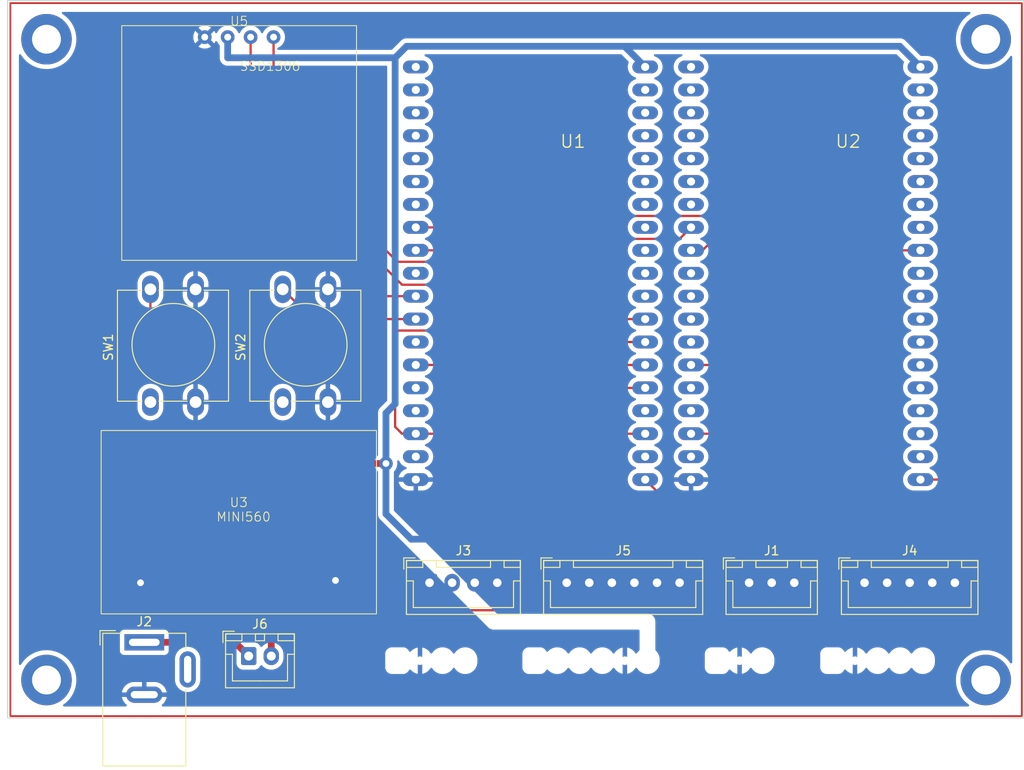
<source format=kicad_pcb>
(kicad_pcb (version 20221018) (generator pcbnew)
  (layers (0 "F.Cu" signal) (31 "B.Cu" signal) (34 "B.Paste" user) (35 "F.Paste" user) (36 "B.SilkS" user "B.Silkscreen") (37 "F.SilkS" user "F.Silkscreen") (38 "B.Mask" user) (39 "F.Mask" user) (44 "Edge.Cuts" user))
  (net 0 "")
  (net 1 "Net-(J1-Pin_3)")
  (net 4 "GND")
  (net 20 "RX")
  (net 21 "TX")
  (net 22 "Net-(SW2-Pad1)")
  (net 23 "Net-(SW1-Pad1)")
  (net 24 "Net-(J3-Pin_4)")
  (net 25 "Net-(J3-Pin_3)")
  (net 30 "Net-(J5-Pin_2)")
  (net 31 "Net-(J5-Pin_1)")
  (net 32 "Net-(J5-Pin_4)")
  (net 33 "Net-(J5-Pin_3)")
  (net 34 "Net-(J1-Pin_1)")
  (net 38 "VIN")
  (net 39 "Net-(J4-Pin_1)")
  (net 59 "Net-(J4-Pin_4)")
  (net 60 "Net-(J4-Pin_3)")
  (net 64 "Net-(J4-Pin_5)")
  (net 73 "Net-(J6-Pin_1)")
  (net 74 "Net-(J6-Pin_2)")
  (footprint "NODEMCU32S:NODEMCU32S" (layer "F.Cu") (at 177.8 76.2 180)
    (fp_text reference "U2" (at -5.969 15.875) (layer "F.SilkS") (effects (font (size 1.4 1.4))))
    (fp_text value "NODEMCU32S")
    (pad "3V3" thru_hole oval (at -13.97 -21.59 180) (size 2.8448 1.4224) (drill 0.9) (layers "*.Cu" "*.Mask") (net 39 "Net-(J4-Pin_1)"))
    (pad "EN" thru_hole oval (at -13.97 -19.05 180) (size 2.8448 1.4224) (drill 0.9) (layers "*.Cu" "*.Mask"))
    (pad "GND@1" thru_hole oval (at -13.97 11.43 180) (size 2.8448 1.4224) (drill 0.9) (layers "*.Cu" "*.Mask"))
    (pad "GND@2" thru_hole oval (at 11.43 -21.59 180) (size 2.8448 1.4224) (drill 0.9) (layers "*.Cu" "*.Mask") (net 4 "GND"))
    (pad "GND@3" thru_hole oval (at 11.43 -6.35 180) (size 2.8448 1.4224) (drill 0.9) (layers "*.Cu" "*.Mask"))
    (pad "GPIO0" thru_hole oval (at 11.43 11.43 180) (size 2.8448 1.4224) (drill 0.9) (layers "*.Cu" "*.Mask"))
    (pad "GPIO2" thru_hole oval (at 11.43 13.97 180) (size 2.8448 1.4224) (drill 0.9) (layers "*.Cu" "*.Mask"))
    (pad "GPIO4" thru_hole oval (at 11.43 8.89 180) (size 2.8448 1.4224) (drill 0.9) (layers "*.Cu" "*.Mask"))
    (pad "GPIO5" thru_hole oval (at 11.43 1.27 180) (size 2.8448 1.4224) (drill 0.9) (layers "*.Cu" "*.Mask"))
    (pad "GPIO6" thru_hole oval (at 11.43 24.13 180) (size 2.8448 1.4224) (drill 0.9) (layers "*.Cu" "*.Mask"))
    (pad "GPIO7" thru_hole oval (at 11.43 21.59 180) (size 2.8448 1.4224) (drill 0.9) (layers "*.Cu" "*.Mask"))
    (pad "GPIO8" thru_hole oval (at 11.43 19.05 180) (size 2.8448 1.4224) (drill 0.9) (layers "*.Cu" "*.Mask"))
    (pad "GPIO9" thru_hole oval (at -13.97 16.51 180) (size 2.8448 1.4224) (drill 0.9) (layers "*.Cu" "*.Mask"))
    (pad "GPIO10" thru_hole oval (at -13.97 19.05 180) (size 2.8448 1.4224) (drill 0.9) (layers "*.Cu" "*.Mask"))
    (pad "GPIO11" thru_hole oval (at -13.97 21.59 180) (size 2.8448 1.4224) (drill 0.9) (layers "*.Cu" "*.Mask"))
    (pad "GPIO12" thru_hole oval (at -13.97 8.89 180) (size 2.8448 1.4224) (drill 0.9) (layers "*.Cu" "*.Mask"))
    (pad "GPIO13" thru_hole oval (at -13.97 13.97 180) (size 2.8448 1.4224) (drill 0.9) (layers "*.Cu" "*.Mask"))
    (pad "GPIO14" thru_hole oval (at -13.97 6.35 180) (size 2.8448 1.4224) (drill 0.9) (layers "*.Cu" "*.Mask"))
    (pad "GPIO15" thru_hole oval (at 11.43 16.51 180) (size 2.8448 1.4224) (drill 0.9) (layers "*.Cu" "*.Mask"))
    (pad "GPIO16" thru_hole oval (at 11.43 6.35 180) (size 2.8448 1.4224) (drill 0.9) (layers "*.Cu" "*.Mask") (net 21 "TX"))
    (pad "GPIO17" thru_hole oval (at 11.43 3.81 180) (size 2.8448 1.4224) (drill 0.9) (layers "*.Cu" "*.Mask") (net 20 "RX"))
    (pad "GPIO18" thru_hole oval (at 11.43 -1.27 180) (size 2.8448 1.4224) (drill 0.9) (layers "*.Cu" "*.Mask"))
    (pad "GPIO19" thru_hole oval (at 11.43 -3.81 180) (size 2.8448 1.4224) (drill 0.9) (layers "*.Cu" "*.Mask"))
    (pad "GPIO21" thru_hole oval (at 11.43 -8.89 180) (size 2.8448 1.4224) (drill 0.9) (layers "*.Cu" "*.Mask") (net 59 "Net-(J4-Pin_4)"))
    (pad "GPIO22" thru_hole oval (at 11.43 -16.51 180) (size 2.8448 1.4224) (drill 0.9) (layers "*.Cu" "*.Mask") (net 60 "Net-(J4-Pin_3)"))
    (pad "GPIO23" thru_hole oval (at 11.43 -19.05 180) (size 2.8448 1.4224) (drill 0.9) (layers "*.Cu" "*.Mask"))
    (pad "GPIO25" thru_hole oval (at -13.97 -1.27 180) (size 2.8448 1.4224) (drill 0.9) (layers "*.Cu" "*.Mask"))
    (pad "GPIO26" thru_hole oval (at -13.97 1.27 180) (size 2.8448 1.4224) (drill 0.9) (layers "*.Cu" "*.Mask"))
    (pad "GPIO27" thru_hole oval (at -13.97 3.81 180) (size 2.8448 1.4224) (drill 0.9) (layers "*.Cu" "*.Mask") (net 64 "Net-(J4-Pin_5)"))
    (pad "GPIO32" thru_hole oval (at -13.97 -6.35 180) (size 2.8448 1.4224) (drill 0.9) (layers "*.Cu" "*.Mask"))
    (pad "GPIO33" thru_hole oval (at -13.97 -3.81 180) (size 2.8448 1.4224) (drill 0.9) (layers "*.Cu" "*.Mask"))
    (pad "GPIO34" thru_hole oval (at -13.97 -11.43 180) (size 2.8448 1.4224) (drill 0.9) (layers "*.Cu" "*.Mask"))
    (pad "GPIO35" thru_hole oval (at -13.97 -8.89 180) (size 2.8448 1.4224) (drill 0.9) (layers "*.Cu" "*.Mask"))
    (pad "GPIO36" thru_hole oval (at -13.97 -16.51 180) (size 2.8448 1.4224) (drill 0.9) (layers "*.Cu" "*.Mask"))
    (pad "GPIO39" thru_hole oval (at -13.97 -13.97 180) (size 2.8448 1.4224) (drill 0.9) (layers "*.Cu" "*.Mask"))
    (pad "RX0" thru_hole oval (at 11.43 -11.43 180) (size 2.8448 1.4224) (drill 0.9) (layers "*.Cu" "*.Mask"))
    (pad "TX0" thru_hole oval (at 11.43 -13.97 180) (size 2.8448 1.4224) (drill 0.9) (layers "*.Cu" "*.Mask"))
    (pad "VIN" thru_hole oval (at -13.97 24.13 180) (size 2.8448 1.4224) (drill 0.9) (layers "*.Cu" "*.Mask") (net 38 "VIN"))
  )
  (footprint "MountingHole:MountingHole_3.2mm_M3_DIN965_Pad" (layer "F.Cu") (at 95 49)
    (fp_text reference "H1" hide)
    (fp_text value "MountingHole")
    (pad "1" thru_hole circle (at 0 0) (size 5.6 5.6) (drill 3.2) (layers "*.Cu" "*.Mask"))
  )
  (footprint "MountingHole:MountingHole_3.2mm_M3_DIN965_Pad" (layer "F.Cu") (at 199 120)
    (fp_text reference "H3" hide)
    (fp_text value "MountingHole" hide)
    (pad "1" thru_hole circle (at 0 0) (size 5.6 5.6) (drill 3.2) (layers "*.Cu" "*.Mask"))
  )
  (footprint "Connector_BarrelJack:BarrelJack_Wuerth_6941xx301002" (layer "F.Cu") (at 105.826 115.824)
    (fp_text reference "J2" (at 0 -2.286) (layer "F.SilkS"))
    (fp_text value "Barrel_Jack_Switch")
    (fp_line (start -4.9 -1.3) (end -4.9 0.3) (stroke (width 0.12)) (layer "F.SilkS"))
    (fp_line (start -4.6 -1) (end -2.5 -1) (stroke (width 0.12)) (layer "F.SilkS"))
    (fp_line (start -4.6 13.7) (end -4.6 -1) (stroke (width 0.12)) (layer "F.SilkS"))
    (fp_line (start -3.2 -1.3) (end -4.9 -1.3) (stroke (width 0.12)) (layer "F.SilkS"))
    (fp_line (start 2.5 -1) (end 4.6 -1) (stroke (width 0.12)) (layer "F.SilkS"))
    (fp_line (start 4.6 -1) (end 4.6 0.8) (stroke (width 0.12)) (layer "F.SilkS"))
    (fp_line (start 4.6 5.2) (end 4.6 13.7) (stroke (width 0.12)) (layer "F.SilkS"))
    (fp_line (start 4.6 13.7) (end -4.6 13.7) (stroke (width 0.12)) (layer "F.SilkS"))
    (pad "1" thru_hole rect (at 0 0) (size 4.4 1.8) (drill oval 3.4 0.8) (layers "*.Cu" "*.Mask") (net 73 "Net-(J6-Pin_1)"))
    (pad "2" thru_hole oval (at 0 5.8) (size 4 1.8) (drill oval 3 0.8) (layers "*.Cu" "*.Mask") (net 4 "GND"))
    (pad "3" thru_hole oval (at 4.8 3 90) (size 4 1.8) (drill oval 3 0.8) (layers "*.Cu" "*.Mask"))
  )
  (footprint "NODEMCU32S:NODEMCU32S" (layer "F.Cu") (at 147.32 76.2 180)
    (fp_text reference "U1" (at -5.969 15.875) (layer "F.SilkS") (effects (font (size 1.4 1.4))))
    (fp_text value "NODEMCU32S")
    (pad "3V3" thru_hole oval (at -13.97 -21.59 180) (size 2.8448 1.4224) (drill 0.9) (layers "*.Cu" "*.Mask") (net 1 "Net-(J1-Pin_3)"))
    (pad "EN" thru_hole oval (at -13.97 -19.05 180) (size 2.8448 1.4224) (drill 0.9) (layers "*.Cu" "*.Mask"))
    (pad "GND@1" thru_hole oval (at -13.97 11.43 180) (size 2.8448 1.4224) (drill 0.9) (layers "*.Cu" "*.Mask"))
    (pad "GND@2" thru_hole oval (at 11.43 -21.59 180) (size 2.8448 1.4224) (drill 0.9) (layers "*.Cu" "*.Mask") (net 4 "GND"))
    (pad "GND@3" thru_hole oval (at 11.43 -6.35 180) (size 2.8448 1.4224) (drill 0.9) (layers "*.Cu" "*.Mask"))
    (pad "GPIO0" thru_hole oval (at 11.43 11.43 180) (size 2.8448 1.4224) (drill 0.9) (layers "*.Cu" "*.Mask"))
    (pad "GPIO2" thru_hole oval (at 11.43 13.97 180) (size 2.8448 1.4224) (drill 0.9) (layers "*.Cu" "*.Mask"))
    (pad "GPIO4" thru_hole oval (at 11.43 8.89 180) (size 2.8448 1.4224) (drill 0.9) (layers "*.Cu" "*.Mask"))
    (pad "GPIO5" thru_hole oval (at 11.43 1.27 180) (size 2.8448 1.4224) (drill 0.9) (layers "*.Cu" "*.Mask"))
    (pad "GPIO6" thru_hole oval (at 11.43 24.13 180) (size 2.8448 1.4224) (drill 0.9) (layers "*.Cu" "*.Mask"))
    (pad "GPIO7" thru_hole oval (at 11.43 21.59 180) (size 2.8448 1.4224) (drill 0.9) (layers "*.Cu" "*.Mask"))
    (pad "GPIO8" thru_hole oval (at 11.43 19.05 180) (size 2.8448 1.4224) (drill 0.9) (layers "*.Cu" "*.Mask"))
    (pad "GPIO9" thru_hole oval (at -13.97 16.51 180) (size 2.8448 1.4224) (drill 0.9) (layers "*.Cu" "*.Mask"))
    (pad "GPIO10" thru_hole oval (at -13.97 19.05 180) (size 2.8448 1.4224) (drill 0.9) (layers "*.Cu" "*.Mask"))
    (pad "GPIO11" thru_hole oval (at -13.97 21.59 180) (size 2.8448 1.4224) (drill 0.9) (layers "*.Cu" "*.Mask"))
    (pad "GPIO12" thru_hole oval (at -13.97 8.89 180) (size 2.8448 1.4224) (drill 0.9) (layers "*.Cu" "*.Mask"))
    (pad "GPIO13" thru_hole oval (at -13.97 13.97 180) (size 2.8448 1.4224) (drill 0.9) (layers "*.Cu" "*.Mask"))
    (pad "GPIO14" thru_hole oval (at -13.97 6.35 180) (size 2.8448 1.4224) (drill 0.9) (layers "*.Cu" "*.Mask"))
    (pad "GPIO15" thru_hole oval (at 11.43 16.51 180) (size 2.8448 1.4224) (drill 0.9) (layers "*.Cu" "*.Mask"))
    (pad "GPIO16" thru_hole oval (at 11.43 6.35 180) (size 2.8448 1.4224) (drill 0.9) (layers "*.Cu" "*.Mask") (net 20 "RX"))
    (pad "GPIO17" thru_hole oval (at 11.43 3.81 180) (size 2.8448 1.4224) (drill 0.9) (layers "*.Cu" "*.Mask") (net 21 "TX"))
    (pad "GPIO18" thru_hole oval (at 11.43 -1.27 180) (size 2.8448 1.4224) (drill 0.9) (layers "*.Cu" "*.Mask") (net 22 "Net-(SW2-Pad1)"))
    (pad "GPIO19" thru_hole oval (at 11.43 -3.81 180) (size 2.8448 1.4224) (drill 0.9) (layers "*.Cu" "*.Mask") (net 23 "Net-(SW1-Pad1)"))
    (pad "GPIO21" thru_hole oval (at 11.43 -8.89 180) (size 2.8448 1.4224) (drill 0.9) (layers "*.Cu" "*.Mask") (net 24 "Net-(J3-Pin_4)"))
    (pad "GPIO22" thru_hole oval (at 11.43 -16.51 180) (size 2.8448 1.4224) (drill 0.9) (layers "*.Cu" "*.Mask") (net 25 "Net-(J3-Pin_3)"))
    (pad "GPIO23" thru_hole oval (at 11.43 -19.05 180) (size 2.8448 1.4224) (drill 0.9) (layers "*.Cu" "*.Mask"))
    (pad "GPIO25" thru_hole oval (at -13.97 -1.27 180) (size 2.8448 1.4224) (drill 0.9) (layers "*.Cu" "*.Mask"))
    (pad "GPIO26" thru_hole oval (at -13.97 1.27 180) (size 2.8448 1.4224) (drill 0.9) (layers "*.Cu" "*.Mask"))
    (pad "GPIO27" thru_hole oval (at -13.97 3.81 180) (size 2.8448 1.4224) (drill 0.9) (layers "*.Cu" "*.Mask"))
    (pad "GPIO32" thru_hole oval (at -13.97 -6.35 180) (size 2.8448 1.4224) (drill 0.9) (layers "*.Cu" "*.Mask") (net 30 "Net-(J5-Pin_2)"))
    (pad "GPIO33" thru_hole oval (at -13.97 -3.81 180) (size 2.8448 1.4224) (drill 0.9) (layers "*.Cu" "*.Mask") (net 31 "Net-(J5-Pin_1)"))
    (pad "GPIO34" thru_hole oval (at -13.97 -11.43 180) (size 2.8448 1.4224) (drill 0.9) (layers "*.Cu" "*.Mask") (net 32 "Net-(J5-Pin_4)"))
    (pad "GPIO35" thru_hole oval (at -13.97 -8.89 180) (size 2.8448 1.4224) (drill 0.9) (layers "*.Cu" "*.Mask") (net 33 "Net-(J5-Pin_3)"))
    (pad "GPIO36" thru_hole oval (at -13.97 -16.51 180) (size 2.8448 1.4224) (drill 0.9) (layers "*.Cu" "*.Mask") (net 34 "Net-(J1-Pin_1)"))
    (pad "GPIO39" thru_hole oval (at -13.97 -13.97 180) (size 2.8448 1.4224) (drill 0.9) (layers "*.Cu" "*.Mask"))
    (pad "RX0" thru_hole oval (at 11.43 -11.43 180) (size 2.8448 1.4224) (drill 0.9) (layers "*.Cu" "*.Mask"))
    (pad "TX0" thru_hole oval (at 11.43 -13.97 180) (size 2.8448 1.4224) (drill 0.9) (layers "*.Cu" "*.Mask"))
    (pad "VIN" thru_hole oval (at -13.97 24.13 180) (size 2.8448 1.4224) (drill 0.9) (layers "*.Cu" "*.Mask") (net 38 "VIN"))
  )
  (footprint "Button_Switch_THT:SW_PUSH-12mm" (layer "F.Cu") (at 121.158 89.208 90)
    (fp_text reference "SW2" (at 6.08 -4.66 90) (layer "F.SilkS"))
    (fp_text value "SW_Push")
    (fp_line (start 0.1 -3.65) (end 12.4 -3.65) (stroke (width 0.12)) (layer "F.SilkS"))
    (fp_line (start 0.1 -0.93) (end 0.1 -3.65) (stroke (width 0.12)) (layer "F.SilkS"))
    (fp_line (start 0.1 4.07) (end 0.1 0.93) (stroke (width 0.12)) (layer "F.SilkS"))
    (fp_line (start 0.1 8.65) (end 0.1 5.93) (stroke (width 0.12)) (layer "F.SilkS"))
    (fp_line (start 12.4 -3.65) (end 12.4 -0.93) (stroke (width 0.12)) (layer "F.SilkS"))
    (fp_line (start 12.4 0.93) (end 12.4 4.07) (stroke (width 0.12)) (layer "F.SilkS"))
    (fp_line (start 12.4 5.93) (end 12.4 8.65) (stroke (width 0.12)) (layer "F.SilkS"))
    (fp_line (start 12.4 8.65) (end 0.1 8.65) (stroke (width 0.12)) (layer "F.SilkS"))
    (fp_circle (center 6.35 2.54) (end 10.16 5.08) (stroke (width 0.12)) (fill none) (layer "F.SilkS"))
    (pad "1" thru_hole oval (at 0 0 90) (size 3.048 1.85) (drill 1.3) (layers "*.Cu" "*.Mask") (net 22 "Net-(SW2-Pad1)"))
    (pad "1" thru_hole oval (at 12.5 0 90) (size 3.048 1.85) (drill 1.3) (layers "*.Cu" "*.Mask") (net 22 "Net-(SW2-Pad1)"))
    (pad "2" thru_hole oval (at 0 5 90) (size 3.048 1.85) (drill 1.3) (layers "*.Cu" "*.Mask") (net 4 "GND"))
    (pad "2" thru_hole oval (at 12.5 5 90) (size 3.048 1.85) (drill 1.3) (layers "*.Cu" "*.Mask") (net 4 "GND"))
  )
  (footprint "Connector_JST:JST_XH_B3B-XH-A_1x03_P2.50mm_Vertical" (layer "F.Cu") (at 172.8 109.22)
    (fp_text reference "J1" (at 2.5 -3.55) (layer "F.SilkS"))
    (fp_text value "Conn_01x03")
    (fp_line (start -2.85 -2.75) (end -2.85 -1.5) (stroke (width 0.12)) (layer "F.SilkS"))
    (fp_line (start -2.56 -2.46) (end -2.56 3.51) (stroke (width 0.12)) (layer "F.SilkS"))
    (fp_line (start -2.56 3.51) (end 7.56 3.51) (stroke (width 0.12)) (layer "F.SilkS"))
    (fp_line (start -2.55 -2.45) (end -2.55 -1.7) (stroke (width 0.12)) (layer "F.SilkS"))
    (fp_line (start -2.55 -1.7) (end -0.75 -1.7) (stroke (width 0.12)) (layer "F.SilkS"))
    (fp_line (start -2.55 -0.2) (end -1.8 -0.2) (stroke (width 0.12)) (layer "F.SilkS"))
    (fp_line (start -1.8 -0.2) (end -1.8 2.75) (stroke (width 0.12)) (layer "F.SilkS"))
    (fp_line (start -1.8 2.75) (end 2.5 2.75) (stroke (width 0.12)) (layer "F.SilkS"))
    (fp_line (start -1.6 -2.75) (end -2.85 -2.75) (stroke (width 0.12)) (layer "F.SilkS"))
    (fp_line (start -0.75 -2.45) (end -2.55 -2.45) (stroke (width 0.12)) (layer "F.SilkS"))
    (fp_line (start -0.75 -1.7) (end -0.75 -2.45) (stroke (width 0.12)) (layer "F.SilkS"))
    (fp_line (start 0.75 -2.45) (end 0.75 -1.7) (stroke (width 0.12)) (layer "F.SilkS"))
    (fp_line (start 0.75 -1.7) (end 4.25 -1.7) (stroke (width 0.12)) (layer "F.SilkS"))
    (fp_line (start 4.25 -2.45) (end 0.75 -2.45) (stroke (width 0.12)) (layer "F.SilkS"))
    (fp_line (start 4.25 -1.7) (end 4.25 -2.45) (stroke (width 0.12)) (layer "F.SilkS"))
    (fp_line (start 5.75 -2.45) (end 5.75 -1.7) (stroke (width 0.12)) (layer "F.SilkS"))
    (fp_line (start 5.75 -1.7) (end 7.55 -1.7) (stroke (width 0.12)) (layer "F.SilkS"))
    (fp_line (start 6.8 -0.2) (end 6.8 2.75) (stroke (width 0.12)) (layer "F.SilkS"))
    (fp_line (start 6.8 2.75) (end 2.5 2.75) (stroke (width 0.12)) (layer "F.SilkS"))
    (fp_line (start 7.55 -2.45) (end 5.75 -2.45) (stroke (width 0.12)) (layer "F.SilkS"))
    (fp_line (start 7.55 -1.7) (end 7.55 -2.45) (stroke (width 0.12)) (layer "F.SilkS"))
    (fp_line (start 7.55 -0.2) (end 6.8 -0.2) (stroke (width 0.12)) (layer "F.SilkS"))
    (fp_line (start 7.56 -2.46) (end -2.56 -2.46) (stroke (width 0.12)) (layer "F.SilkS"))
    (fp_line (start 7.56 3.51) (end 7.56 -2.46) (stroke (width 0.12)) (layer "F.SilkS"))
    (pad "1" thru_hole roundrect (at 0 0) (size 1.7 1.95) (drill 0.95) (layers "*.Cu" "*.Mask") (roundrect_rratio 0.147059) (net 34 "Net-(J1-Pin_1)"))
    (pad "2" thru_hole oval (at 2.5 0) (size 1.7 1.95) (drill 0.95) (layers "*.Cu" "*.Mask") (net 4 "GND"))
    (pad "3" thru_hole oval (at 5 0) (size 1.7 1.95) (drill 0.95) (layers "*.Cu" "*.Mask") (net 1 "Net-(J1-Pin_3)"))
  )
  (footprint "Connector_JST:JST_XH_B2B-XH-A_1x02_P2.50mm_Vertical" (layer "F.Cu") (at 117.388 117.348)
    (fp_text reference "J6" (at 1.25 -3.55) (layer "F.SilkS"))
    (fp_text value "Conn_01x02")
    (fp_line (start -2.85 -2.75) (end -2.85 -1.5) (stroke (width 0.12)) (layer "F.SilkS"))
    (fp_line (start -2.56 -2.46) (end -2.56 3.51) (stroke (width 0.12)) (layer "F.SilkS"))
    (fp_line (start -2.56 3.51) (end 5.06 3.51) (stroke (width 0.12)) (layer "F.SilkS"))
    (fp_line (start -2.55 -2.45) (end -2.55 -1.7) (stroke (width 0.12)) (layer "F.SilkS"))
    (fp_line (start -2.55 -1.7) (end -0.75 -1.7) (stroke (width 0.12)) (layer "F.SilkS"))
    (fp_line (start -2.55 -0.2) (end -1.8 -0.2) (stroke (width 0.12)) (layer "F.SilkS"))
    (fp_line (start -1.8 -0.2) (end -1.8 2.75) (stroke (width 0.12)) (layer "F.SilkS"))
    (fp_line (start -1.8 2.75) (end 1.25 2.75) (stroke (width 0.12)) (layer "F.SilkS"))
    (fp_line (start -1.6 -2.75) (end -2.85 -2.75) (stroke (width 0.12)) (layer "F.SilkS"))
    (fp_line (start -0.75 -2.45) (end -2.55 -2.45) (stroke (width 0.12)) (layer "F.SilkS"))
    (fp_line (start -0.75 -1.7) (end -0.75 -2.45) (stroke (width 0.12)) (layer "F.SilkS"))
    (fp_line (start 0.75 -2.45) (end 0.75 -1.7) (stroke (width 0.12)) (layer "F.SilkS"))
    (fp_line (start 0.75 -1.7) (end 1.75 -1.7) (stroke (width 0.12)) (layer "F.SilkS"))
    (fp_line (start 1.75 -2.45) (end 0.75 -2.45) (stroke (width 0.12)) (layer "F.SilkS"))
    (fp_line (start 1.75 -1.7) (end 1.75 -2.45) (stroke (width 0.12)) (layer "F.SilkS"))
    (fp_line (start 3.25 -2.45) (end 3.25 -1.7) (stroke (width 0.12)) (layer "F.SilkS"))
    (fp_line (start 3.25 -1.7) (end 5.05 -1.7) (stroke (width 0.12)) (layer "F.SilkS"))
    (fp_line (start 4.3 -0.2) (end 4.3 2.75) (stroke (width 0.12)) (layer "F.SilkS"))
    (fp_line (start 4.3 2.75) (end 1.25 2.75) (stroke (width 0.12)) (layer "F.SilkS"))
    (fp_line (start 5.05 -2.45) (end 3.25 -2.45) (stroke (width 0.12)) (layer "F.SilkS"))
    (fp_line (start 5.05 -1.7) (end 5.05 -2.45) (stroke (width 0.12)) (layer "F.SilkS"))
    (fp_line (start 5.05 -0.2) (end 4.3 -0.2) (stroke (width 0.12)) (layer "F.SilkS"))
    (fp_line (start 5.06 -2.46) (end -2.56 -2.46) (stroke (width 0.12)) (layer "F.SilkS"))
    (fp_line (start 5.06 3.51) (end 5.06 -2.46) (stroke (width 0.12)) (layer "F.SilkS"))
    (pad "1" thru_hole roundrect (at 0 0) (size 1.7 2) (drill 1) (layers "*.Cu" "*.Mask") (roundrect_rratio 0.147059) (net 73 "Net-(J6-Pin_1)"))
    (pad "2" thru_hole oval (at 2.5 0) (size 1.7 2) (drill 1) (layers "*.Cu" "*.Mask") (net 74 "Net-(J6-Pin_2)"))
  )
  (footprint "Connector_JST:JST_XH_B5B-XH-A_1x05_P2.50mm_Vertical" (layer "F.Cu") (at 185.58 109.22)
    (fp_text reference "J4" (at 5 -3.55) (layer "F.SilkS"))
    (fp_text value "Conn_01x05")
    (fp_line (start -2.85 -2.75) (end -2.85 -1.5) (stroke (width 0.12)) (layer "F.SilkS"))
    (fp_line (start -2.56 -2.46) (end -2.56 3.51) (stroke (width 0.12)) (layer "F.SilkS"))
    (fp_line (start -2.56 3.51) (end 12.56 3.51) (stroke (width 0.12)) (layer "F.SilkS"))
    (fp_line (start -2.55 -2.45) (end -2.55 -1.7) (stroke (width 0.12)) (layer "F.SilkS"))
    (fp_line (start -2.55 -1.7) (end -0.75 -1.7) (stroke (width 0.12)) (layer "F.SilkS"))
    (fp_line (start -2.55 -0.2) (end -1.8 -0.2) (stroke (width 0.12)) (layer "F.SilkS"))
    (fp_line (start -1.8 -0.2) (end -1.8 2.75) (stroke (width 0.12)) (layer "F.SilkS"))
    (fp_line (start -1.8 2.75) (end 5 2.75) (stroke (width 0.12)) (layer "F.SilkS"))
    (fp_line (start -1.6 -2.75) (end -2.85 -2.75) (stroke (width 0.12)) (layer "F.SilkS"))
    (fp_line (start -0.75 -2.45) (end -2.55 -2.45) (stroke (width 0.12)) (layer "F.SilkS"))
    (fp_line (start -0.75 -1.7) (end -0.75 -2.45) (stroke (width 0.12)) (layer "F.SilkS"))
    (fp_line (start 0.75 -2.45) (end 0.75 -1.7) (stroke (width 0.12)) (layer "F.SilkS"))
    (fp_line (start 0.75 -1.7) (end 9.25 -1.7) (stroke (width 0.12)) (layer "F.SilkS"))
    (fp_line (start 9.25 -2.45) (end 0.75 -2.45) (stroke (width 0.12)) (layer "F.SilkS"))
    (fp_line (start 9.25 -1.7) (end 9.25 -2.45) (stroke (width 0.12)) (layer "F.SilkS"))
    (fp_line (start 10.75 -2.45) (end 10.75 -1.7) (stroke (width 0.12)) (layer "F.SilkS"))
    (fp_line (start 10.75 -1.7) (end 12.55 -1.7) (stroke (width 0.12)) (layer "F.SilkS"))
    (fp_line (start 11.8 -0.2) (end 11.8 2.75) (stroke (width 0.12)) (layer "F.SilkS"))
    (fp_line (start 11.8 2.75) (end 5 2.75) (stroke (width 0.12)) (layer "F.SilkS"))
    (fp_line (start 12.55 -2.45) (end 10.75 -2.45) (stroke (width 0.12)) (layer "F.SilkS"))
    (fp_line (start 12.55 -1.7) (end 12.55 -2.45) (stroke (width 0.12)) (layer "F.SilkS"))
    (fp_line (start 12.55 -0.2) (end 11.8 -0.2) (stroke (width 0.12)) (layer "F.SilkS"))
    (fp_line (start 12.56 -2.46) (end -2.56 -2.46) (stroke (width 0.12)) (layer "F.SilkS"))
    (fp_line (start 12.56 3.51) (end 12.56 -2.46) (stroke (width 0.12)) (layer "F.SilkS"))
    (pad "1" thru_hole roundrect (at 0 0) (size 1.7 1.95) (drill 0.95) (layers "*.Cu" "*.Mask") (roundrect_rratio 0.147059) (net 39 "Net-(J4-Pin_1)"))
    (pad "2" thru_hole oval (at 2.5 0) (size 1.7 1.95) (drill 0.95) (layers "*.Cu" "*.Mask") (net 4 "GND"))
    (pad "3" thru_hole oval (at 5 0) (size 1.7 1.95) (drill 0.95) (layers "*.Cu" "*.Mask") (net 60 "Net-(J4-Pin_3)"))
    (pad "4" thru_hole oval (at 7.5 0) (size 1.7 1.95) (drill 0.95) (layers "*.Cu" "*.Mask") (net 59 "Net-(J4-Pin_4)"))
    (pad "5" thru_hole oval (at 10 0) (size 1.7 1.95) (drill 0.95) (layers "*.Cu" "*.Mask") (net 64 "Net-(J4-Pin_5)"))
  )
  (footprint "MountingHole:MountingHole_3.2mm_M3_DIN965_Pad" (layer "F.Cu") (at 95 120)
    (fp_text reference "H2" hide)
    (fp_text value "MountingHole" hide)
    (pad "1" thru_hole circle (at 0 0) (size 5.6 5.6) (drill 3.2) (layers "*.Cu" "*.Mask"))
  )
  (footprint "MountingHole:MountingHole_3.2mm_M3_DIN965_Pad" (layer "F.Cu") (at 199 49)
    (fp_text reference "H4" hide)
    (fp_text value "MountingHole" hide)
    (pad "1" thru_hole circle (at 0 0) (size 5.6 5.6) (drill 3.2) (layers "*.Cu" "*.Mask"))
  )
  (footprint "1_custom_library:SSD1306_OLED_128x64" (layer "F.Cu") (at 116.332 47.498)
    (fp_text reference "U5" (at 0 -0.5 unlocked) (layer "F.SilkS") (effects (font (thickness 0.1))))
    (fp_text value "~")
    (fp_text user "SSD1306" (at 0 5.08 unlocked) (layer "F.SilkS") (effects (font (thickness 0.1)) (justify left bottom)))
    (fp_rect (start -13 0) (end 13 26) (stroke (width 0.1)) (fill none) (layer "F.SilkS"))
    (pad "1" thru_hole circle (at -3.81 1.27) (size 1.524 1.524) (drill 0.762) (layers "*.Cu" "*.Mask") (net 4 "GND"))
    (pad "2" thru_hole circle (at -1.27 1.27) (size 1.524 1.524) (drill 0.762) (layers "*.Cu" "*.Mask") (net 38 "VIN"))
    (pad "3" thru_hole circle (at 1.27 1.27) (size 1.524 1.524) (drill 0.762) (layers "*.Cu" "*.Mask") (net 25 "Net-(J3-Pin_3)"))
    (pad "4" thru_hole circle (at 3.81 1.27) (size 1.524 1.524) (drill 0.762) (layers "*.Cu" "*.Mask") (net 24 "Net-(J3-Pin_4)"))
  )
  (footprint "1_custom_library:MINI_560_buck" (layer "F.Cu") (at 116.294 102.512)
    (fp_text reference "U3" (at 0 -2.182 unlocked) (layer "F.SilkS") (effects (font (thickness 0.1))))
    (fp_text value "~")
    (fp_text user "MINI560" (at -2.54 0 unlocked) (layer "F.SilkS") (effects (font (thickness 0.1)) (justify left bottom)))
    (fp_rect (start -15.24 -10.16) (end 15.24 10.16) (stroke (width 0.1)) (fill none) (layer "F.SilkS"))
    (pad "1" smd roundrect (at -13.5 -6.5) (size 3 5) (layers "F.Cu" "F.Paste" "F.Mask") (net 74 "Net-(J6-Pin_2)"))
    (pad "2" smd roundrect (at -13.5 6.5) (size 3 5) (layers "F.Cu" "F.Paste" "F.Mask") (net 4 "GND"))
    (pad "3" smd roundrect (at 13.5 6.5) (size 3 5) (layers "F.Cu" "F.Paste" "F.Mask") (net 4 "GND"))
    (pad "4" smd roundrect (at 13.5 -6.5) (size 3 5) (layers "F.Cu" "F.Paste" "F.Mask") (net 38 "VIN"))
  )
  (footprint "Connector_JST:JST_XH_B6B-XH-A_1x06_P2.50mm_Vertical" (layer "F.Cu") (at 152.6 109.22)
    (fp_text reference "J5" (at 6.25 -3.55) (layer "F.SilkS"))
    (fp_text value "Conn_01x06")
    (fp_line (start -2.85 -2.75) (end -2.85 -1.5) (stroke (width 0.12)) (layer "F.SilkS"))
    (fp_line (start -2.56 -2.46) (end -2.56 3.51) (stroke (width 0.12)) (layer "F.SilkS"))
    (fp_line (start -2.56 3.51) (end 15.06 3.51) (stroke (width 0.12)) (layer "F.SilkS"))
    (fp_line (start -2.55 -2.45) (end -2.55 -1.7) (stroke (width 0.12)) (layer "F.SilkS"))
    (fp_line (start -2.55 -1.7) (end -0.75 -1.7) (stroke (width 0.12)) (layer "F.SilkS"))
    (fp_line (start -2.55 -0.2) (end -1.8 -0.2) (stroke (width 0.12)) (layer "F.SilkS"))
    (fp_line (start -1.8 -0.2) (end -1.8 2.75) (stroke (width 0.12)) (layer "F.SilkS"))
    (fp_line (start -1.8 2.75) (end 6.25 2.75) (stroke (width 0.12)) (layer "F.SilkS"))
    (fp_line (start -1.6 -2.75) (end -2.85 -2.75) (stroke (width 0.12)) (layer "F.SilkS"))
    (fp_line (start -0.75 -2.45) (end -2.55 -2.45) (stroke (width 0.12)) (layer "F.SilkS"))
    (fp_line (start -0.75 -1.7) (end -0.75 -2.45) (stroke (width 0.12)) (layer "F.SilkS"))
    (fp_line (start 0.75 -2.45) (end 0.75 -1.7) (stroke (width 0.12)) (layer "F.SilkS"))
    (fp_line (start 0.75 -1.7) (end 11.75 -1.7) (stroke (width 0.12)) (layer "F.SilkS"))
    (fp_line (start 11.75 -2.45) (end 0.75 -2.45) (stroke (width 0.12)) (layer "F.SilkS"))
    (fp_line (start 11.75 -1.7) (end 11.75 -2.45) (stroke (width 0.12)) (layer "F.SilkS"))
    (fp_line (start 13.25 -2.45) (end 13.25 -1.7) (stroke (width 0.12)) (layer "F.SilkS"))
    (fp_line (start 13.25 -1.7) (end 15.05 -1.7) (stroke (width 0.12)) (layer "F.SilkS"))
    (fp_line (start 14.3 -0.2) (end 14.3 2.75) (stroke (width 0.12)) (layer "F.SilkS"))
    (fp_line (start 14.3 2.75) (end 6.25 2.75) (stroke (width 0.12)) (layer "F.SilkS"))
    (fp_line (start 15.05 -2.45) (end 13.25 -2.45) (stroke (width 0.12)) (layer "F.SilkS"))
    (fp_line (start 15.05 -1.7) (end 15.05 -2.45) (stroke (width 0.12)) (layer "F.SilkS"))
    (fp_line (start 15.05 -0.2) (end 14.3 -0.2) (stroke (width 0.12)) (layer "F.SilkS"))
    (fp_line (start 15.06 -2.46) (end -2.56 -2.46) (stroke (width 0.12)) (layer "F.SilkS"))
    (fp_line (start 15.06 3.51) (end 15.06 -2.46) (stroke (width 0.12)) (layer "F.SilkS"))
    (pad "1" thru_hole roundrect (at 0 0) (size 1.7 1.95) (drill 0.95) (layers "*.Cu" "*.Mask") (roundrect_rratio 0.147059) (net 31 "Net-(J5-Pin_1)"))
    (pad "2" thru_hole oval (at 2.5 0) (size 1.7 1.95) (drill 0.95) (layers "*.Cu" "*.Mask") (net 30 "Net-(J5-Pin_2)"))
    (pad "3" thru_hole oval (at 5 0) (size 1.7 1.95) (drill 0.95) (layers "*.Cu" "*.Mask") (net 33 "Net-(J5-Pin_3)"))
    (pad "4" thru_hole oval (at 7.5 0) (size 1.7 1.95) (drill 0.95) (layers "*.Cu" "*.Mask") (net 32 "Net-(J5-Pin_4)"))
    (pad "5" thru_hole oval (at 10 0) (size 1.7 1.95) (drill 0.95) (layers "*.Cu" "*.Mask") (net 4 "GND"))
    (pad "6" thru_hole oval (at 12.5 0) (size 1.7 1.95) (drill 0.95) (layers "*.Cu" "*.Mask") (net 38 "VIN"))
  )
  (footprint "Connector_JST:JST_XH_B4B-XH-A_1x04_P2.50mm_Vertical" (layer "F.Cu") (at 137.414 109.22)
    (fp_text reference "J3" (at 3.75 -3.55) (layer "F.SilkS"))
    (fp_text value "Conn_01x04")
    (fp_line (start -2.85 -2.75) (end -2.85 -1.5) (stroke (width 0.12)) (layer "F.SilkS"))
    (fp_line (start -2.56 -2.46) (end -2.56 3.51) (stroke (width 0.12)) (layer "F.SilkS"))
    (fp_line (start -2.56 3.51) (end 10.06 3.51) (stroke (width 0.12)) (layer "F.SilkS"))
    (fp_line (start -2.55 -2.45) (end -2.55 -1.7) (stroke (width 0.12)) (layer "F.SilkS"))
    (fp_line (start -2.55 -1.7) (end -0.75 -1.7) (stroke (width 0.12)) (layer "F.SilkS"))
    (fp_line (start -2.55 -0.2) (end -1.8 -0.2) (stroke (width 0.12)) (layer "F.SilkS"))
    (fp_line (start -1.8 -0.2) (end -1.8 2.75) (stroke (width 0.12)) (layer "F.SilkS"))
    (fp_line (start -1.8 2.75) (end 3.75 2.75) (stroke (width 0.12)) (layer "F.SilkS"))
    (fp_line (start -1.6 -2.75) (end -2.85 -2.75) (stroke (width 0.12)) (layer "F.SilkS"))
    (fp_line (start -0.75 -2.45) (end -2.55 -2.45) (stroke (width 0.12)) (layer "F.SilkS"))
    (fp_line (start -0.75 -1.7) (end -0.75 -2.45) (stroke (width 0.12)) (layer "F.SilkS"))
    (fp_line (start 0.75 -2.45) (end 0.75 -1.7) (stroke (width 0.12)) (layer "F.SilkS"))
    (fp_line (start 0.75 -1.7) (end 6.75 -1.7) (stroke (width 0.12)) (layer "F.SilkS"))
    (fp_line (start 6.75 -2.45) (end 0.75 -2.45) (stroke (width 0.12)) (layer "F.SilkS"))
    (fp_line (start 6.75 -1.7) (end 6.75 -2.45) (stroke (width 0.12)) (layer "F.SilkS"))
    (fp_line (start 8.25 -2.45) (end 8.25 -1.7) (stroke (width 0.12)) (layer "F.SilkS"))
    (fp_line (start 8.25 -1.7) (end 10.05 -1.7) (stroke (width 0.12)) (layer "F.SilkS"))
    (fp_line (start 9.3 -0.2) (end 9.3 2.75) (stroke (width 0.12)) (layer "F.SilkS"))
    (fp_line (start 9.3 2.75) (end 3.75 2.75) (stroke (width 0.12)) (layer "F.SilkS"))
    (fp_line (start 10.05 -2.45) (end 8.25 -2.45) (stroke (width 0.12)) (layer "F.SilkS"))
    (fp_line (start 10.05 -1.7) (end 10.05 -2.45) (stroke (width 0.12)) (layer "F.SilkS"))
    (fp_line (start 10.05 -0.2) (end 9.3 -0.2) (stroke (width 0.12)) (layer "F.SilkS"))
    (fp_line (start 10.06 -2.46) (end -2.56 -2.46) (stroke (width 0.12)) (layer "F.SilkS"))
    (fp_line (start 10.06 3.51) (end 10.06 -2.46) (stroke (width 0.12)) (layer "F.SilkS"))
    (pad "1" thru_hole roundrect (at 0 0) (size 1.7 1.95) (drill 0.95) (layers "*.Cu" "*.Mask") (roundrect_rratio 0.147059) (net 1 "Net-(J1-Pin_3)"))
    (pad "2" thru_hole oval (at 2.5 0) (size 1.7 1.95) (drill 0.95) (layers "*.Cu" "*.Mask") (net 4 "GND"))
    (pad "3" thru_hole oval (at 5 0) (size 1.7 1.95) (drill 0.95) (layers "*.Cu" "*.Mask") (net 25 "Net-(J3-Pin_3)"))
    (pad "4" thru_hole oval (at 7.5 0) (size 1.7 1.95) (drill 0.95) (layers "*.Cu" "*.Mask") (net 24 "Net-(J3-Pin_4)"))
  )
  (footprint "Button_Switch_THT:SW_PUSH-12mm" (layer "F.Cu") (at 106.506 89.208 90)
    (fp_text reference "SW1" (at 6.08 -4.66 90) (layer "F.SilkS"))
    (fp_text value "SW_Push")
    (fp_line (start 0.1 -3.65) (end 12.4 -3.65) (stroke (width 0.12)) (layer "F.SilkS"))
    (fp_line (start 0.1 -0.93) (end 0.1 -3.65) (stroke (width 0.12)) (layer "F.SilkS"))
    (fp_line (start 0.1 4.07) (end 0.1 0.93) (stroke (width 0.12)) (layer "F.SilkS"))
    (fp_line (start 0.1 8.65) (end 0.1 5.93) (stroke (width 0.12)) (layer "F.SilkS"))
    (fp_line (start 12.4 -3.65) (end 12.4 -0.93) (stroke (width 0.12)) (layer "F.SilkS"))
    (fp_line (start 12.4 0.93) (end 12.4 4.07) (stroke (width 0.12)) (layer "F.SilkS"))
    (fp_line (start 12.4 5.93) (end 12.4 8.65) (stroke (width 0.12)) (layer "F.SilkS"))
    (fp_line (start 12.4 8.65) (end 0.1 8.65) (stroke (width 0.12)) (layer "F.SilkS"))
    (fp_circle (center 6.35 2.54) (end 10.16 5.08) (stroke (width 0.12)) (fill none) (layer "F.SilkS"))
    (pad "1" thru_hole oval (at 0 0 90) (size 3.048 1.85) (drill 1.3) (layers "*.Cu" "*.Mask") (net 23 "Net-(SW1-Pad1)"))
    (pad "1" thru_hole oval (at 12.5 0 90) (size 3.048 1.85) (drill 1.3) (layers "*.Cu" "*.Mask") (net 23 "Net-(SW1-Pad1)"))
    (pad "2" thru_hole oval (at 0 5 90) (size 3.048 1.85) (drill 1.3) (layers "*.Cu" "*.Mask") (net 4 "GND"))
    (pad "2" thru_hole oval (at 12.5 5 90) (size 3.048 1.85) (drill 1.3) (layers "*.Cu" "*.Mask") (net 4 "GND"))
  )
  (gr_rect (start 91 45) (end 203 124) (stroke (width 0.2)) (fill none) (layer "F.Cu"))
  (gr_rect (start 90.678 44.704) (end 203.2 124.206) (stroke (width 0.1)) (fill none) (layer "Edge.Cuts"))
  (segment (start 139.192 112.268) (end 176.53 112.268) (width 0.25) (layer "F.Cu") (net 1))
  (segment (start 137.414 110.49) (end 139.192 112.268) (width 0.25) (layer "F.Cu") (net 1))
  (segment (start 174.244 103.124) (end 166.624 103.124) (width 0.25) (layer "F.Cu") (net 1))
  (segment (start 137.414 109.22) (end 137.414 110.49) (width 0.25) (layer "F.Cu") (net 1))
  (segment (start 177.8 109.22) (end 177.8 106.68) (width 0.25) (layer "F.Cu") (net 1))
  (segment (start 177.8 110.998) (end 177.8 109.22) (width 0.25) (layer "F.Cu") (net 1))
  (segment (start 176.53 112.268) (end 177.8 110.998) (width 0.25) (layer "F.Cu") (net 1))
  (segment (start 174.244 112.236701) (end 176.53 112.236701) (width 0.25) (layer "F.Cu") (net 1))
  (segment (start 166.624 103.124) (end 161.29 97.79) (width 0.25) (layer "F.Cu") (net 1))
  (segment (start 177.8 106.68) (end 174.244 103.124) (width 0.25) (layer "F.Cu") (net 1))
  (segment (start 103.002 109.22) (end 105.41 109.22) (width 0.75) (layer "F.Cu") (net 4))
  (segment (start 127.046 109.012) (end 129.794 109.012) (width 0.75) (layer "F.Cu") (net 4))
  (segment (start 102.794 109.012) (end 103.002 109.22) (width 0.25) (layer "F.Cu") (net 4))
  (segment (start 127 108.966) (end 127.046 109.012) (width 0.25) (layer "F.Cu") (net 4))
  (via (at 127 108.966) (size 1.5) (drill 0.75) (layers "F.Cu" "B.Cu") (net 4))
  (via (at 105.41 109.22) (size 1.5) (drill 0.75) (layers "F.Cu" "B.Cu") (net 4))
  (segment (start 103.124 109.22) (end 105.41 109.22) (width 0) (layer "B.Cu") (net 4))
  (segment (start 167.64 72.39) (end 166.37 72.39) (width 0.25) (layer "F.Cu") (net 20))
  (segment (start 159.258 68.58) (end 168.656 68.58) (width 0.25) (layer "F.Cu") (net 20))
  (segment (start 157.988 69.85) (end 159.258 68.58) (width 0.25) (layer "F.Cu") (net 20))
  (segment (start 135.89 69.85) (end 157.988 69.85) (width 0.25) (layer "F.Cu") (net 20))
  (segment (start 168.656 68.58) (end 168.656 71.374) (width 0.25) (layer "F.Cu") (net 20))
  (segment (start 168.656 71.374) (end 167.64 72.39) (width 0.25) (layer "F.Cu") (net 20))
  (segment (start 159.512 71.12) (end 165.1 71.12) (width 0.25) (layer "F.Cu") (net 21))
  (segment (start 135.89 72.39) (end 158.242 72.39) (width 0.25) (layer "F.Cu") (net 21))
  (segment (start 165.1 71.12) (end 166.37 69.85) (width 0.25) (layer "F.Cu") (net 21))
  (segment (start 158.242 72.39) (end 159.512 71.12) (width 0.25) (layer "F.Cu") (net 21))
  (segment (start 124.206 79.756) (end 129.286 79.756) (width 0.25) (layer "F.Cu") (net 22))
  (segment (start 131.572 77.47) (end 135.89 77.47) (width 0.25) (layer "F.Cu") (net 22))
  (segment (start 121.158 76.708) (end 124.206 79.756) (width 0.25) (layer "F.Cu") (net 22))
  (segment (start 129.286 79.756) (end 131.572 77.47) (width 0.25) (layer "F.Cu") (net 22))
  (segment (start 106.506 76.708) (end 106.506 79.074) (width 0.25) (layer "F.Cu") (net 23))
  (segment (start 108.204 80.772) (end 130.81 80.772) (width 0.25) (layer "F.Cu") (net 23))
  (segment (start 106.506 79.074) (end 108.204 80.772) (width 0.25) (layer "F.Cu") (net 23))
  (segment (start 131.572 80.01) (end 135.89 80.01) (width 0.25) (layer "F.Cu") (net 23))
  (segment (start 130.81 80.772) (end 131.572 80.01) (width 0.25) (layer "F.Cu") (net 23))
  (segment (start 144.914 90.304) (end 139.7 85.09) (width 0.25) (layer "F.Cu") (net 24))
  (segment (start 140.208 73.66) (end 140.208 84.328) (width 0.25) (layer "F.Cu") (net 24))
  (segment (start 144.914 109.22) (end 144.914 90.304) (width 0.25) (layer "F.Cu") (net 24))
  (segment (start 120.142 48.768) (end 120.142 59.944) (width 0.25) (layer "F.Cu") (net 24))
  (segment (start 133.858 73.66) (end 140.208 73.66) (width 0.25) (layer "F.Cu") (net 24))
  (segment (start 139.7 85.09) (end 139.446 85.09) (width 0.25) (layer "F.Cu") (net 24))
  (segment (start 140.208 84.328) (end 139.446 85.09) (width 0.25) (layer "F.Cu") (net 24))
  (segment (start 120.142 59.944) (end 133.858 73.66) (width 0.25) (layer "F.Cu") (net 24))
  (segment (start 139.446 85.09) (end 135.89 85.09) (width 0.25) (layer "F.Cu") (net 24))
  (segment (start 133.604 81.28) (end 133.604 91.948) (width 0.25) (layer "F.Cu") (net 25))
  (segment (start 138.938 76.2) (end 138.938 81.28) (width 0.25) (layer "F.Cu") (net 25))
  (segment (start 138.176 92.71) (end 135.89 92.71) (width 0.25) (layer "F.Cu") (net 25))
  (segment (start 117.602 48.768) (end 117.602 59.436) (width 0.25) (layer "F.Cu") (net 25))
  (segment (start 142.414 109.22) (end 142.414 96.948) (width 0.25) (layer "F.Cu") (net 25))
  (segment (start 142.414 96.948) (end 138.176 92.71) (width 0.25) (layer "F.Cu") (net 25))
  (segment (start 138.938 81.28) (end 133.604 81.28) (width 0.25) (layer "F.Cu") (net 25))
  (segment (start 134.366 92.71) (end 135.89 92.71) (width 0.25) (layer "F.Cu") (net 25))
  (segment (start 133.604 91.948) (end 134.366 92.71) (width 0.25) (layer "F.Cu") (net 25))
  (segment (start 117.602 59.436) (end 134.366 76.2) (width 0.25) (layer "F.Cu") (net 25))
  (segment (start 134.366 76.2) (end 138.938 76.2) (width 0.25) (layer "F.Cu") (net 25))
  (segment (start 151.544 84.93) (end 153.924 82.55) (width 0.25) (layer "F.Cu") (net 30))
  (segment (start 153.924 82.55) (end 161.29 82.55) (width 0.25) (layer "F.Cu") (net 30))
  (segment (start 151.544 84.93) (end 151.544 105.664) (width 0.25) (layer "F.Cu") (net 30))
  (segment (start 151.544 105.664) (end 155.1 109.22) (width 0.25) (layer "F.Cu") (net 30))
  (segment (start 152.6 109.22) (end 149.606 106.226) (width 0.25) (layer "F.Cu") (net 31))
  (segment (start 154.686 80.01) (end 161.29 80.01) (width 0.25) (layer "F.Cu") (net 31))
  (segment (start 149.606 85.09) (end 154.686 80.01) (width 0.25) (layer "F.Cu") (net 31))
  (segment (start 149.606 106.226) (end 149.606 85.09) (width 0.25) (layer "F.Cu") (net 31))
  (segment (start 156.544 89.582) (end 158.496 87.63) (width 0.25) (layer "F.Cu") (net 32))
  (segment (start 156.544 105.664) (end 160.1 109.22) (width 0.25) (layer "F.Cu") (net 32))
  (segment (start 158.496 87.63) (end 161.29 87.63) (width 0.25) (layer "F.Cu") (net 32))
  (segment (start 156.544 89.582) (end 156.544 105.664) (width 0.25) (layer "F.Cu") (net 32))
  (segment (start 154.044 105.664) (end 157.6 109.22) (width 0.25) (layer "F.Cu") (net 33))
  (segment (start 154.178 85.09) (end 161.29 85.09) (width 0.25) (layer "F.Cu") (net 33))
  (segment (start 154.044 85.224) (end 154.178 85.09) (width 0.25) (layer "F.Cu") (net 33))
  (segment (start 154.044 85.224) (end 154.044 105.664) (width 0.25) (layer "F.Cu") (net 33))
  (segment (start 172.72 106.172) (end 172.72 109.14) (width 0.25) (layer "F.Cu") (net 34))
  (segment (start 172.8 109.22) (end 172.8 109.046) (width 0.25) (layer "F.Cu") (net 34))
  (segment (start 158.75 92.71) (end 161.29 92.71) (width 0.25) (layer "F.Cu") (net 34))
  (segment (start 157.734 98.044) (end 164.084 104.394) (width 0.25) (layer "F.Cu") (net 34))
  (segment (start 172.72 109.14) (end 172.8 109.22) (width 0.25) (layer "F.Cu") (net 34))
  (segment (start 170.942 104.394) (end 172.72 106.172) (width 0.25) (layer "F.Cu") (net 34))
  (segment (start 157.734 93.726) (end 158.75 92.71) (width 0.25) (layer "F.Cu") (net 34))
  (segment (start 157.734 93.726) (end 157.734 98.044) (width 0.25) (layer "F.Cu") (net 34))
  (segment (start 164.084 104.394) (end 170.942 104.394) (width 0.25) (layer "F.Cu") (net 34))
  (segment (start 129.794 96.012) (end 132.334 96.012) (width 0.75) (layer "F.Cu") (net 38))
  (via (at 132.588 96.012) (size 1.5) (drill 0.75) (layers "F.Cu" "B.Cu") (net 38))
  (segment (start 115.062 51.054) (end 133.604 51.054) (width 0.75) (layer "B.Cu") (net 38))
  (segment (start 159.004 49.784) (end 189.484 49.784) (width 0.75) (layer "B.Cu") (net 38))
  (segment (start 189.484 49.784) (end 191.77 52.07) (width 0.75) (layer "B.Cu") (net 38))
  (segment (start 132.588 96.012) (end 132.588 101.6) (width 0.75) (layer "B.Cu") (net 38))
  (segment (start 132.588 90.424) (end 133.604 89.408) (width 0.75) (layer "B.Cu") (net 38))
  (segment (start 132.588 96.012) (end 132.588 90.424) (width 0.75) (layer "B.Cu") (net 38))
  (segment (start 159.004 49.784) (end 161.29 52.07) (width 0.75) (layer "B.Cu") (net 38))
  (segment (start 133.604 89.408) (end 133.604 51.054) (width 0.75) (layer "B.Cu") (net 38))
  (segment (start 162.126127 104.394) (end 165.1 107.367873) (width 0.75) (layer "B.Cu") (net 38))
  (segment (start 165.1 107.367873) (end 165.1 109.22) (width 0.75) (layer "B.Cu") (net 38))
  (segment (start 134.874 49.784) (end 159.004 49.784) (width 0.75) (layer "B.Cu") (net 38))
  (segment (start 135.382 104.394) (end 162.126127 104.394) (width 0.75) (layer "B.Cu") (net 38))
  (segment (start 115.062 48.768) (end 115.062 51.054) (width 0.75) (layer "B.Cu") (net 38))
  (segment (start 132.588 101.6) (end 135.382 104.394) (width 0.75) (layer "B.Cu") (net 38))
  (segment (start 133.604 51.054) (end 134.874 49.784) (width 0.75) (layer "B.Cu") (net 38))
  (segment (start 188.12 111.76) (end 185.58 109.22) (width 0.25) (layer "F.Cu") (net 39))
  (segment (start 197.866 111.76) (end 188.12 111.76) (width 0.25) (layer "F.Cu") (net 39))
  (segment (start 191.77 97.79) (end 194.056 97.79) (width 0.25) (layer "F.Cu") (net 39))
  (segment (start 197.866 101.6) (end 197.866 111.76) (width 0.25) (layer "F.Cu") (net 39))
  (segment (start 194.056 97.79) (end 197.866 101.6) (width 0.25) (layer "F.Cu") (net 39))
  (segment (start 192.532 106.172) (end 193.08 106.72) (width 0.25) (layer "F.Cu") (net 59))
  (segment (start 168.656 85.09) (end 189.738 106.172) (width 0.25) (layer "F.Cu") (net 59))
  (segment (start 193.08 106.72) (end 193.08 109.22) (width 0.25) (layer "F.Cu") (net 59))
  (segment (start 189.738 106.172) (end 192.532 106.172) (width 0.25) (layer "F.Cu") (net 59))
  (segment (start 166.37 85.09) (end 168.656 85.09) (width 0.25) (layer "F.Cu") (net 59))
  (segment (start 174.07 92.71) (end 190.58 109.22) (width 0.25) (layer "F.Cu") (net 60))
  (segment (start 166.37 92.71) (end 174.07 92.71) (width 0.25) (layer "F.Cu") (net 60))
  (segment (start 195.58 106.934) (end 195.58 109.22) (width 0.25) (layer "F.Cu") (net 64))
  (segment (start 188.214 73.406) (end 188.214 99.568) (width 0.25) (layer "F.Cu") (net 64))
  (segment (start 189.23 72.39) (end 188.214 73.406) (width 0.25) (layer "F.Cu") (net 64))
  (segment (start 191.77 72.39) (end 189.23 72.39) (width 0.25) (layer "F.Cu") (net 64))
  (segment (start 188.214 99.568) (end 195.58 106.934) (width 0.25) (layer "F.Cu") (net 64))
  (segment (start 105.826 115.824) (end 115.864 115.824) (width 0.75) (layer "F.Cu") (net 73))
  (segment (start 115.864 115.824) (end 117.388 117.348) (width 0.75) (layer "F.Cu") (net 73))
  (segment (start 119.888 110.49) (end 105.41 96.012) (width 0.75) (layer "F.Cu") (net 74))
  (segment (start 105.41 96.012) (end 102.794 96.012) (width 0.75) (layer "F.Cu") (net 74))
  (segment (start 119.888 117.348) (end 119.888 110.49) (width 0.75) (layer "F.Cu") (net 74))
  (zone (net 4) (net_name "GND") (layer "B.Cu") (connect_pads (clearance 0.5)) (min_thickness 0.25) (fill yes (thermal_gap 0.5) (thermal_bridge_width 0.5))
    (polygon (pts (xy 91.948 45.974) (xy 201.93 45.974) (xy 201.93 122.936) (xy 91.948 122.936)))
  )
)
</source>
